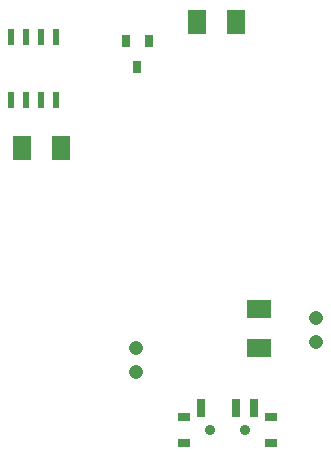
<source format=gts>
G04 ( created by brdgerber.py ( brdgerber.py v0.1 2014-03-12 ) ) date 2021-02-01 19:08:36 EST*
G04 Gerber Fmt 3.4, Leading zero omitted, Abs format*
%MOIN*%
%FSLAX34Y34*%
G01*
G70*
G90*
G04 APERTURE LIST*
%ADD12R,0.3000X0.3000*%
%ADD14R,0.0800X0.0600*%
%ADD18C,0.0471*%
%ADD17R,0.0275X0.0590*%
%ADD13R,0.0600X0.0800*%
%ADD11R,0.2000X0.2000*%
%ADD15C,0.0354*%
%ADD16R,0.0393X0.0314*%
%ADD10R,0.0236X0.0551*%
%ADD19R,0.0315X0.0394*%
G04 APERTURE END LIST*
G54D12*
D10*
X-38200Y-11300D03*
D10*
X-38200Y-13400D03*
D10*
X-37700Y-11300D03*
D10*
X-37200Y-11300D03*
D10*
X-36700Y-11300D03*
D10*
X-37700Y-13400D03*
D10*
X-37200Y-13400D03*
D10*
X-36700Y-13400D03*
D13*
X-30700Y-10800D03*
D13*
X-32000Y-10800D03*
D14*
X-29950Y-20350D03*
D14*
X-29950Y-21650D03*
D15*
X-31590Y-24400D03*
D15*
X-30410Y-24400D03*
D16*
X-32456Y-24833D03*
D16*
X-32456Y-23967D03*
D16*
X-29544Y-23967D03*
D16*
X-29544Y-24833D03*
D17*
X-31885Y-23662D03*
D17*
X-30705Y-23662D03*
D17*
X-30115Y-23662D03*
D18*
G01X-34050Y-21657D02*
G01X-34050Y-21657D01*
D18*
G01X-34050Y-22443D02*
G01X-34050Y-22443D01*
D18*
G01X-28050Y-21443D02*
G01X-28050Y-21443D01*
D18*
G01X-28050Y-20657D02*
G01X-28050Y-20657D01*
D13*
X-37850Y-15000D03*
D13*
X-36550Y-15000D03*
D19*
X-34000Y-12283D03*
D19*
X-34375Y-11417D03*
D19*
X-33625Y-11417D03*
M02*

</source>
